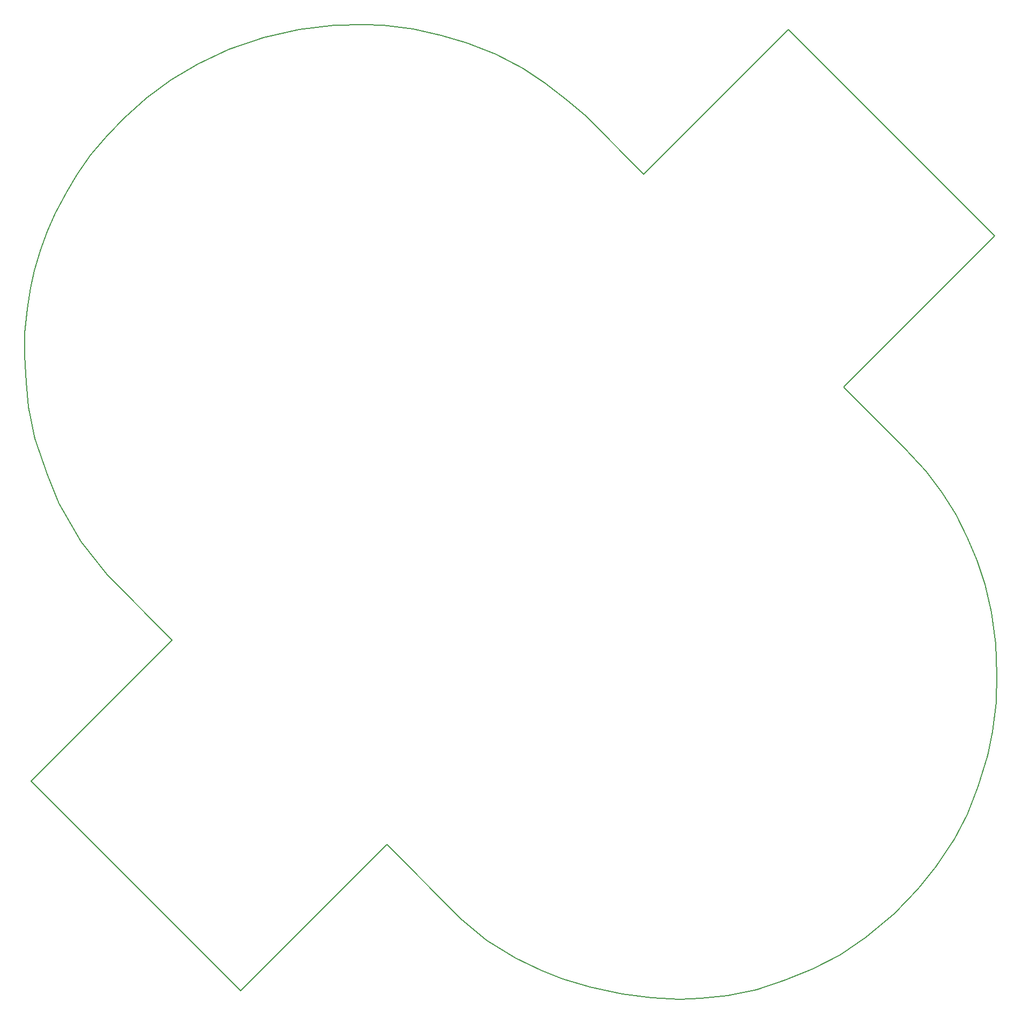
<source format=gbr>
G04 #@! TF.GenerationSoftware,KiCad,Pcbnew,5.0.2-bee76a0~70~ubuntu18.04.1*
G04 #@! TF.CreationDate,2020-07-15T00:12:44-04:00*
G04 #@! TF.ProjectId,synth,73796e74-682e-46b6-9963-61645f706362,rev?*
G04 #@! TF.SameCoordinates,Original*
G04 #@! TF.FileFunction,Profile,NP*
%FSLAX46Y46*%
G04 Gerber Fmt 4.6, Leading zero omitted, Abs format (unit mm)*
G04 Created by KiCad (PCBNEW 5.0.2-bee76a0~70~ubuntu18.04.1) date Wed 15 Jul 2020 12:12:44 AM EDT*
%MOMM*%
%LPD*%
G01*
G04 APERTURE LIST*
%ADD10C,0.150000*%
G04 APERTURE END LIST*
D10*
X187100000Y-71900000D02*
X187300000Y-71700000D01*
X187100000Y-72000000D02*
X187100000Y-71900000D01*
X196700000Y-81600000D02*
X187100000Y-72000000D01*
X200100000Y-85200000D02*
X196700000Y-81600000D01*
X202600000Y-88600000D02*
X200100000Y-85200000D01*
X204800000Y-92100000D02*
X202600000Y-88600000D01*
X206600000Y-95700000D02*
X204800000Y-92100000D01*
X208100000Y-99300000D02*
X206600000Y-95700000D01*
X209400000Y-103100000D02*
X208100000Y-99300000D01*
X210400000Y-107500000D02*
X209400000Y-103100000D01*
X211100000Y-112500000D02*
X210400000Y-107500000D01*
X211300000Y-117300000D02*
X211100000Y-112500000D01*
X211200000Y-121700000D02*
X211300000Y-117300000D01*
X210600000Y-126400000D02*
X211200000Y-121700000D01*
X209800000Y-130100000D02*
X210600000Y-126400000D01*
X208300000Y-135000000D02*
X209800000Y-130100000D01*
X206600000Y-139400000D02*
X208300000Y-135000000D01*
X204600000Y-143300000D02*
X206600000Y-139400000D01*
X201600000Y-147700000D02*
X204600000Y-143300000D01*
X198800000Y-151200000D02*
X201600000Y-147700000D01*
X195100000Y-155100000D02*
X198800000Y-151200000D01*
X190600000Y-158800000D02*
X195100000Y-155100000D01*
X186500000Y-161600000D02*
X190600000Y-158800000D01*
X182200000Y-163800000D02*
X186500000Y-161600000D01*
X177800000Y-165600000D02*
X182200000Y-163800000D01*
X173300000Y-167100000D02*
X177800000Y-165600000D01*
X168800000Y-168000000D02*
X173300000Y-167100000D01*
X164500000Y-168500000D02*
X168800000Y-168000000D01*
X161100000Y-168600000D02*
X164500000Y-168500000D01*
X156700000Y-168400000D02*
X161100000Y-168600000D01*
X152100000Y-167800000D02*
X156700000Y-168400000D01*
X147000000Y-166700000D02*
X152100000Y-167800000D01*
X142700000Y-165400000D02*
X147000000Y-166700000D01*
X139300000Y-164100000D02*
X142700000Y-165400000D01*
X135200000Y-162100000D02*
X139300000Y-164100000D01*
X130700000Y-159300000D02*
X135200000Y-162100000D01*
X126600000Y-155900000D02*
X130700000Y-159300000D01*
X114900000Y-144200000D02*
X126600000Y-155900000D01*
X91800000Y-167300000D02*
X114900000Y-144200000D01*
X91500000Y-167000000D02*
X91800000Y-167300000D01*
X58700000Y-134200000D02*
X91500000Y-167000000D01*
X81000000Y-111900000D02*
X58700000Y-134200000D01*
X70700000Y-101600000D02*
X81000000Y-111900000D01*
X66600000Y-96300000D02*
X70700000Y-101600000D01*
X63100000Y-90300000D02*
X66600000Y-96300000D01*
X61300000Y-85900000D02*
X63100000Y-90300000D01*
X59300000Y-80100000D02*
X61300000Y-85900000D01*
X58300000Y-75100000D02*
X59300000Y-80100000D01*
X57900000Y-71200000D02*
X58300000Y-75100000D01*
X57700000Y-67000000D02*
X57900000Y-71200000D01*
X57700000Y-63400000D02*
X57700000Y-67000000D01*
X58100000Y-59600000D02*
X57700000Y-63400000D01*
X58600000Y-56300000D02*
X58100000Y-59600000D01*
X59200000Y-53600000D02*
X58600000Y-56300000D01*
X60100000Y-50400000D02*
X59200000Y-53600000D01*
X61200000Y-47400000D02*
X60100000Y-50400000D01*
X62500000Y-44500000D02*
X61200000Y-47400000D01*
X64300000Y-41200000D02*
X62500000Y-44500000D01*
X66000000Y-38300000D02*
X64300000Y-41200000D01*
X68100000Y-35300000D02*
X66000000Y-38300000D01*
X70700000Y-32200000D02*
X68100000Y-35300000D01*
X73400000Y-29400000D02*
X70700000Y-32200000D01*
X76900000Y-26300000D02*
X73400000Y-29400000D01*
X80800000Y-23400000D02*
X76900000Y-26300000D01*
X85100000Y-20900000D02*
X80800000Y-23400000D01*
X89900000Y-18600000D02*
X85100000Y-20900000D01*
X95400000Y-16700000D02*
X89900000Y-18600000D01*
X101000000Y-15500000D02*
X95400000Y-16700000D01*
X106600000Y-14800000D02*
X101000000Y-15500000D01*
X111300000Y-14700000D02*
X106600000Y-14800000D01*
X114300000Y-14800000D02*
X111300000Y-14700000D01*
X119100000Y-15400000D02*
X114300000Y-14800000D01*
X123500000Y-16400000D02*
X119100000Y-15400000D01*
X127500000Y-17600000D02*
X123500000Y-16400000D01*
X132100000Y-19400000D02*
X127500000Y-17600000D01*
X136300000Y-21600000D02*
X132100000Y-19400000D01*
X139900000Y-23900000D02*
X136300000Y-21600000D01*
X143300000Y-26600000D02*
X139900000Y-23900000D01*
X146300000Y-29100000D02*
X143300000Y-26600000D01*
X155500000Y-38300000D02*
X146300000Y-29100000D01*
X178300000Y-15500000D02*
X155500000Y-38300000D01*
X210900000Y-48100000D02*
X178300000Y-15500000D01*
X187300000Y-71700000D02*
X210900000Y-48100000D01*
M02*

</source>
